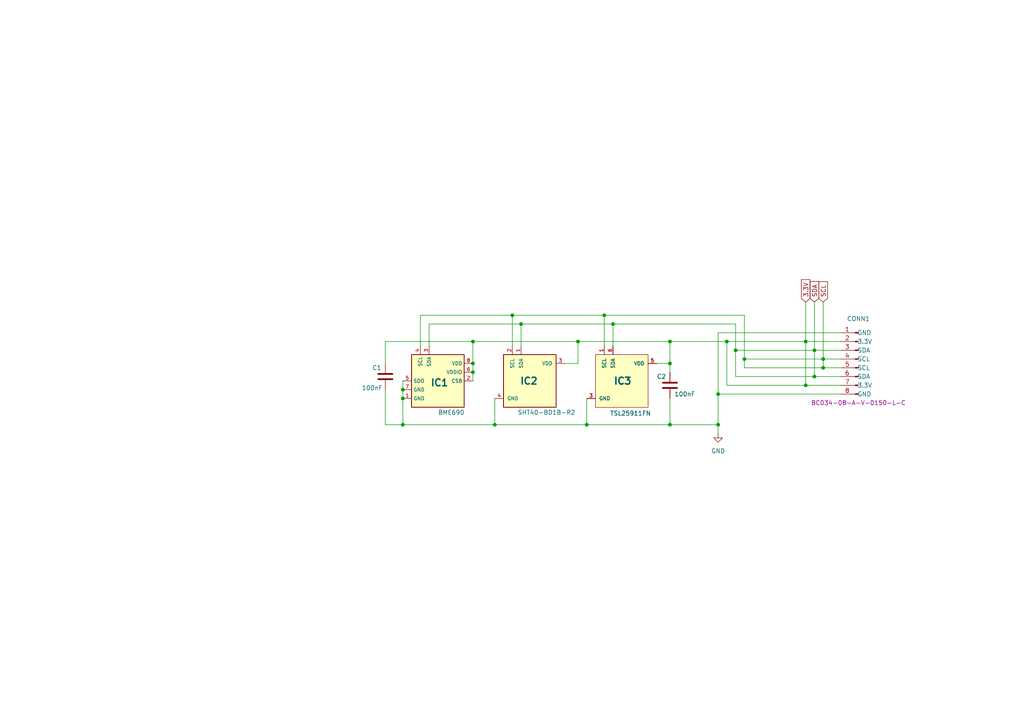
<source format=kicad_sch>
(kicad_sch (version 20231120) (generator "eeschema") (generator_version "8.0")
  (paper "A4")
  (lib_symbols
    (symbol "1projectsymbols:BME690"
      (property "Reference" "U1" (at -7.62 12.7 0))
      (property "Value" "BME690" (at 11.43 -12.7 0))
      (symbol "BME690_0_1"
        (rectangle (start -7.62 7.62) (end 7.62 -7.62) (stroke (width 0.254)) (fill (type background)))
      )
      (symbol "BME690_1_1"
        (pin power_in line (at -10.16 -5.08 0) (length 2.54) (name "GND") (number "1"))
        (pin input line (at 10.16 0 180) (length 2.54) (name "CSB") (number "2"))
        (pin bidirectional line (at -2.54 10.16 270) (length 2.54) (name "SDA") (number "3"))
        (pin input line (at -5.08 10.16 270) (length 2.54) (name "SCL") (number "4"))
        (pin input line (at -10.16 0 0) (length 2.54) (name "SDO") (number "5"))
        (pin power_in line (at 10.16 2.54 180) (length 2.54) (name "VDDIO") (number "6"))
        (pin power_in line (at -10.16 -2.54 0) (length 2.54) (name "GND") (number "7"))
        (pin power_in line (at 10.16 5.08 180) (length 2.54) (name "VDD") (number "8"))
      )
    )
    (symbol "1projectsymbols:Conn_01x08_Pin" (pin_names (offset 1.016))
      (property "Reference" "CONN" (at 0 10.16 0))
      (property "manufacturerName" "GCT" (at -15.494 -14.986 0))
      (property "manufacturerPartNumber" "BC034-08-A-V-0150-L-C" (at 0.508 -14.986 0))
      (symbol "Conn_01x08_Pin_1_1"
        (rectangle (start 0 -10.033) (end 0.8636 -10.287) (stroke (width 0.1524)) (fill (type outline)))
        (polyline (pts (xy 1.27 -10.16) (xy 0.8636 -10.16)) (stroke (width 0.1524)))
        (polyline (pts (xy 1.27 -7.62) (xy 0.8636 -7.62)) (stroke (width 0.1524)))
        (polyline (pts (xy 1.27 -5.08) (xy 0.8636 -5.08)) (stroke (width 0.1524)))
        (polyline (pts (xy 1.27 -2.54) (xy 0.8636 -2.54)) (stroke (width 0.1524)))
        (polyline (pts (xy 1.27 0) (xy 0.8636 0)) (stroke (width 0.1524)))
        (polyline (pts (xy 1.27 2.54) (xy 0.8636 2.54)) (stroke (width 0.1524)))
        (polyline (pts (xy 1.27 5.08) (xy 0.8636 5.08)) (stroke (width 0.1524)))
        (polyline (pts (xy 1.27 7.62) (xy 0.8636 7.62)) (stroke (width 0.1524)))
        (rectangle (start 0.8636 -7.493) (end 0 -7.747) (stroke (width 0.1524)) (fill (type outline)))
        (rectangle (start 0.8636 -4.953) (end 0 -5.207) (stroke (width 0.1524)) (fill (type outline)))
        (rectangle (start 0.8636 -2.413) (end 0 -2.667) (stroke (width 0.1524)) (fill (type outline)))
        (rectangle (start 0.8636 0.127) (end 0 -0.127) (stroke (width 0.1524)) (fill (type outline)))
        (rectangle (start 0.8636 2.667) (end 0 2.413) (stroke (width 0.1524)) (fill (type outline)))
        (rectangle (start 0.8636 5.207) (end 0 4.953) (stroke (width 0.1524)) (fill (type outline)))
        (rectangle (start 0.8636 7.747) (end 0 7.493) (stroke (width 0.1524)) (fill (type outline)))
        (pin power_out line (at 5.08 7.62 180) (length 3.81) (name "GND") (number "1"))
        (pin power_out line (at 5.08 5.08 180) (length 3.81) (name "3.3V") (number "2"))
        (pin bidirectional line (at 5.08 2.54 180) (length 3.81) (name "SDA") (number "3"))
        (pin output line (at 5.08 0 180) (length 3.81) (name "SCL") (number "4"))
        (pin passive line (at 5.08 -2.54 180) (length 3.81) (name "SCL") (number "5"))
        (pin passive line (at 5.08 -5.08 180) (length 3.81) (name "SDA") (number "6"))
        (pin passive line (at 5.08 -7.62 180) (length 3.81) (name "3.3V") (number "7"))
        (pin passive line (at 5.08 -10.16 180) (length 3.81) (name "GND") (number "8"))
      )
    )
    (symbol "1projectsymbols:SHT40" (pin_names (offset 1.016))
      (property "Reference" "U3" (at 0 -0.254 0))
      (property "Value" "SHT40" (at 0 -9.398 0))
      (symbol "SHT40_0_0"
        (rectangle (start -7.62 7.62) (end 7.62 -7.62) (stroke (width 0.254)) (fill (type background)))
      )
      (symbol "SHT40_1_0"
        (pin bidirectional line (at -2.54 10.16 270) (length 2.54) (name "SDA") (number "1"))
        (pin input line (at -5.08 10.16 270) (length 2.54) (name "SCL") (number "2"))
        (pin power_in line (at 10.16 5.08 180) (length 2.54) (name "VDD") (number "3"))
        (pin power_in line (at -10.16 -5.08 0) (length 2.54) (name "GND") (number "4"))
      )
    )
    (symbol "1projectsymbols:TSL2591" (pin_names (offset 1.016))
      (property "Reference" "U4" (at 0 0 0))
      (property "Value" "TSL25911" (at 0 -9.652 0))
      (symbol "TSL2591_0_1"
        (rectangle (start -7.62 7.62) (end 7.62 -7.62) (fill (type background)))
      )
      (symbol "TSL2591_1_0"
        (pin input line (at -5.08 10.16 270) (length 2.54) (name "SCL") (number "1"))
        (pin no_connect line (at 0 1.27 0) (length 5.08) hide (name "INT") (number "2"))
        (pin power_in line (at -10.16 -5.08 0) (length 2.54) (name "GND") (number "3"))
        (pin no_connect line (at 0 -1.27 0) (length 5.08) hide (name "NC") (number "4"))
        (pin power_in line (at 10.16 5.08 180) (length 2.54) (name "VDD") (number "5"))
        (pin bidirectional line (at -2.54 10.16 270) (length 2.54) (name "SDA") (number "6"))
      )
    )
    (symbol "Device:C" (pin_numbers hide) (pin_names (offset 0.254))
      (property "Reference" "C" (at 0.635 2.54 0))
      (property "Value" "C" (at 0.635 -2.54 0))
      (symbol "C_0_1"
        (polyline (pts (xy -2.032 -0.762) (xy 2.032 -0.762)) (stroke (width 0.508)))
        (polyline (pts (xy -2.032 0.762) (xy 2.032 0.762)) (stroke (width 0.508)))
      )
      (symbol "C_1_1"
        (pin passive line (at 0 3.81 270) (length 2.794) (name "~") (number "1"))
        (pin passive line (at 0 -3.81 90) (length 2.794) (name "~") (number "2"))
      )
    )
    (symbol "power:GND" (power) (pin_numbers hide) (pin_names (offset 0) hide)
      (property "Value" "GND" (at 0 -3.81 0))
      (symbol "GND_0_1"
        (polyline (pts (xy 0 0) (xy 0 -1.27) (xy 1.27 -1.27) (xy 0 -2.54) (xy -1.27 -1.27) (xy 0 -1.27)))
      )
      (symbol "GND_1_1"
        (pin power_in line (at 0 0 270) (length 0) (name "~") (number "1"))
      )
    )
  )
  (junction (at 233.68 99.06))
  (junction (at 151.13 93.98))
  (junction (at 116.84 113.03))
  (junction (at 116.84 123.19))
  (junction (at 238.76 104.14))
  (junction (at 167.64 99.06))
  (junction (at 148.59 91.44))
  (junction (at 177.8 93.98))
  (junction (at 194.31 99.06))
  (junction (at 233.68 111.76))
  (junction (at 210.82 99.06))
  (junction (at 170.18 123.19))
  (junction (at 215.9 104.14))
  (junction (at 143.51 123.19))
  (junction (at 137.16 99.06))
  (junction (at 175.26 91.44))
  (junction (at 236.22 101.6))
  (junction (at 137.16 105.41))
  (junction (at 208.28 123.19))
  (junction (at 238.76 106.68))
  (junction (at 208.28 114.3))
  (junction (at 116.84 115.57))
  (junction (at 194.31 123.19))
  (junction (at 194.31 105.41))
  (junction (at 137.16 107.95))
  (junction (at 236.22 109.22))
  (junction (at 213.36 101.6))
  (wire (pts (xy 151.13 93.98) (xy 151.13 100.33)))
  (wire (pts (xy 236.22 101.6) (xy 236.22 109.22)))
  (wire (pts (xy 213.36 93.98) (xy 213.36 101.6)))
  (wire (pts (xy 238.76 106.68) (xy 215.9 106.68)))
  (wire (pts (xy 243.84 96.52) (xy 208.28 96.52)))
  (wire (pts (xy 111.76 123.19) (xy 116.84 123.19)))
  (wire (pts (xy 124.46 93.98) (xy 151.13 93.98)))
  (wire (pts (xy 177.8 93.98) (xy 213.36 93.98)))
  (wire (pts (xy 148.59 91.44) (xy 175.26 91.44)))
  (wire (pts (xy 236.22 101.6) (xy 243.84 101.6)))
  (wire (pts (xy 175.26 91.44) (xy 215.9 91.44)))
  (wire (pts (xy 238.76 104.14) (xy 238.76 106.68)))
  (wire (pts (xy 143.51 115.57) (xy 143.51 123.19)))
  (wire (pts (xy 124.46 100.33) (xy 124.46 93.98)))
  (wire (pts (xy 238.76 87.63) (xy 238.76 104.14)))
  (wire (pts (xy 177.8 93.98) (xy 177.8 100.33)))
  (wire (pts (xy 208.28 125.73) (xy 208.28 123.19)))
  (wire (pts (xy 208.28 114.3) (xy 208.28 123.19)))
  (wire (pts (xy 111.76 99.06) (xy 111.76 105.41)))
  (wire (pts (xy 194.31 123.19) (xy 170.18 123.19)))
  (wire (pts (xy 210.82 111.76) (xy 210.82 99.06)))
  (wire (pts (xy 215.9 91.44) (xy 215.9 104.14)))
  (wire (pts (xy 194.31 99.06) (xy 167.64 99.06)))
  (wire (pts (xy 233.68 111.76) (xy 210.82 111.76)))
  (wire (pts (xy 213.36 101.6) (xy 236.22 101.6)))
  (wire (pts (xy 208.28 96.52) (xy 208.28 114.3)))
  (wire (pts (xy 121.92 100.33) (xy 121.92 91.44)))
  (wire (pts (xy 236.22 109.22) (xy 213.36 109.22)))
  (wire (pts (xy 116.84 115.57) (xy 116.84 123.19)))
  (wire (pts (xy 238.76 104.14) (xy 243.84 104.14)))
  (wire (pts (xy 175.26 91.44) (xy 175.26 100.33)))
  (wire (pts (xy 236.22 87.63) (xy 236.22 101.6)))
  (wire (pts (xy 151.13 93.98) (xy 177.8 93.98)))
  (wire (pts (xy 121.92 91.44) (xy 148.59 91.44)))
  (wire (pts (xy 111.76 113.03) (xy 111.76 123.19)))
  (wire (pts (xy 210.82 99.06) (xy 194.31 99.06)))
  (wire (pts (xy 208.28 123.19) (xy 194.31 123.19)))
  (wire (pts (xy 194.31 105.41) (xy 194.31 107.95)))
  (wire (pts (xy 148.59 91.44) (xy 148.59 100.33)))
  (wire (pts (xy 170.18 115.57) (xy 170.18 123.19)))
  (wire (pts (xy 111.76 99.06) (xy 137.16 99.06)))
  (wire (pts (xy 215.9 104.14) (xy 238.76 104.14)))
  (wire (pts (xy 137.16 107.95) (xy 137.16 110.49)))
  (wire (pts (xy 116.84 113.03) (xy 116.84 115.57)))
  (wire (pts (xy 167.64 99.06) (xy 167.64 105.41)))
  (wire (pts (xy 243.84 106.68) (xy 238.76 106.68)))
  (wire (pts (xy 116.84 110.49) (xy 116.84 113.03)))
  (wire (pts (xy 167.64 105.41) (xy 163.83 105.41)))
  (wire (pts (xy 233.68 99.06) (xy 233.68 111.76)))
  (wire (pts (xy 215.9 106.68) (xy 215.9 104.14)))
  (wire (pts (xy 243.84 109.22) (xy 236.22 109.22)))
  (wire (pts (xy 137.16 105.41) (xy 137.16 107.95)))
  (wire (pts (xy 116.84 123.19) (xy 143.51 123.19)))
  (wire (pts (xy 194.31 99.06) (xy 194.31 105.41)))
  (wire (pts (xy 213.36 109.22) (xy 213.36 101.6)))
  (wire (pts (xy 233.68 99.06) (xy 210.82 99.06)))
  (wire (pts (xy 243.84 114.3) (xy 208.28 114.3)))
  (wire (pts (xy 243.84 99.06) (xy 233.68 99.06)))
  (wire (pts (xy 137.16 99.06) (xy 137.16 105.41)))
  (wire (pts (xy 233.68 87.63) (xy 233.68 99.06)))
  (wire (pts (xy 143.51 123.19) (xy 170.18 123.19)))
  (wire (pts (xy 243.84 111.76) (xy 233.68 111.76)))
  (wire (pts (xy 194.31 105.41) (xy 190.5 105.41)))
  (wire (pts (xy 194.31 115.57) (xy 194.31 123.19)))
  (wire (pts (xy 167.64 99.06) (xy 137.16 99.06)))
  (global_label "SCL" (shape input) (at 238.76 87.63 90) (property "Intersheetrefs" "${INTERSHEET_REFS}" (effects (hide yes))))
  (global_label "3.3V" (shape input) (at 233.68 87.63 90) (property "Intersheetrefs" "${INTERSHEET_REFS}" (effects (hide yes))))
  (global_label "SDA" (shape input) (at 236.22 87.63 90) (property "Intersheetrefs" "${INTERSHEET_REFS}" (effects (hide yes))))
  (symbol (lib_id "1projectsymbols:SHT40") (at 153.67 110.49 0) (unit 1)
    (property "Reference" "IC2" (at 153.416 110.49 0) (effects (font (size 2 2) (bold yes))))
    (property "Value" "SHT40-BD1B-R2" (at 158.496 119.634 0))
    (property "Footprint" "1projectfootprints:SHT4X" (effects (hide yes)))
    (property "Datasheet" "https://www.mouser.be/datasheet/2/682/Sensirion_Datasheet_SHT4x-2936319.pdf" (effects (hide yes)))
    (property "Description" "Digital Relative Humidity Temperature Sensor" (effects (hide yes)))
    (property "manufacturerName" "Sensirion" (effects (hide yes)))
    (property "octopartUrl" "https://octopart.com/sht40-bd1b-r2-sensirion-137454263?r=sp" (effects (hide yes)))
    (property "manufacturerPartNumber" "SHT40-BD1B-R2" (effects (hide yes)))
  )
  (symbol (lib_id "Device:C") (at 194.31 111.76 0) (unit 1)
    (property "Reference" "C2" (at 190.5 109.22 0) (effects (justify left)))
    (property "Value" "100nF" (at 195.58 114.3 0) (effects (justify left)))
    (property "Footprint" "1projectfootprints:C_0603_nominal" (effects (hide yes)))
    (property "Datasheet" "https://product.tdk.com/system/files/dam/doc/product/capacitor/ceramic/mlcc/catalog/mlcc_automotive_general_en.pdf?ref_disty=mouser" (effects (hide yes)))
    (property "Description" "power decoupling" (effects (hide yes)))
    (property "manufacturerName" "TDK" (effects (hide yes)))
    (property "octopartUrl" "https://octopart.com/cga3e2x7r1e104k080aa-tdk-25947977?r=sp" (effects (hide yes)))
    (property "manufacturerPartNumber" "CGA3E2X7R1E104K080AA" (effects (hide yes)))
  )
  (symbol (lib_id "Device:C") (at 111.76 109.22 0) (unit 1)
    (property "Reference" "C1" (at 107.95 106.68 0) (effects (justify left)))
    (property "Value" "100nF" (at 104.902 112.522 0) (effects (justify left)))
    (property "Footprint" "1projectfootprints:C_0603_nominal" (effects (hide yes)))
    (property "Datasheet" "https://product.tdk.com/system/files/dam/doc/product/capacitor/ceramic/mlcc/catalog/mlcc_automotive_general_en.pdf?ref_disty=mouser" (effects (hide yes)))
    (property "Description" "power decoupling" (effects (hide yes)))
    (property "manufacturerName" "TDK" (effects (hide yes)))
    (property "octopartUrl" "https://octopart.com/cga3e2x7r1e104k080aa-tdk-25947977?r=sp" (effects (hide yes)))
    (property "manufacturerPartNumber" "CGA3E2X7R1E104K080AA" (effects (hide yes)))
  )
  (symbol (lib_id "1projectsymbols:Conn_01x08_Pin") (at 248.92 104.14 0) (mirror y) (unit 1)
    (property "Reference" "CONN1" (at 245.618 92.456 0) (effects (justify right)))
    (property "Value" "Conn_01x08_Pin" (effects (hide yes)))
    (property "Footprint" "1projectfootprints:GCT_BC034-08-A-V-0150-L-C" (effects (hide yes)))
    (property "Datasheet" "https://www.mouser.be/datasheet/2/837/BC034-2721639.pdf" (effects (hide yes)))
    (property "manufacturerName" "GCT" (effects (hide yes)))
    (property "manufacturerPartNumber" "BC034-08-A-V-0150-L-C" (at 235.204 116.84 0) (effects (justify right)))
  )
  (symbol (lib_id "1projectsymbols:TSL2591") (at 180.34 110.49 0) (unit 1)
    (property "Reference" "IC3" (at 180.594 110.49 0) (effects (font (size 2 2) (bold yes))))
    (property "Value" "TSL25911FN" (at 182.88 119.888 0))
    (property "Footprint" "1projectfootprints:TSL2591" (effects (hide yes)))
    (property "Datasheet" "https://ams.com/documents/20143/36005/TSL2591_DS000338_6-00.pdf/090eb50d-bb18-5b45-4938-9b3672f86b80" (effects (hide yes)))
    (property "Description" "Light to Digital Converters Hi-Sensitvty Ambient Light Sensor IC" (effects (hide yes)))
    (property "manufacturerName" "ams Osram" (effects (hide yes)))
    (property "octopartUrl" "https://octopart.com/tsl25911fn-osram-126135547?r=sp" (effects (hide yes)))
    (property "manufacturerPartNumber" "TSL25911FN" (effects (hide yes)))
  )
  (symbol (lib_id "1projectsymbols:BME690") (at 127 110.49 0) (unit 1)
    (property "Reference" "IC1" (at 130.302 110.998 0) (effects (font (size 2 2) (bold yes)) (justify right)))
    (property "Value" "BME690" (at 134.747 119.634 0) (effects (justify right)))
    (property "Footprint" "1projectfootprints:BME68X" (effects (hide yes)))
    (property "Datasheet" "https://ae-bst.resource.bosch.com/media/_tech/media/datasheets/BST-BME680-DS001.pdf" (effects (hide yes)))
    (property "Description" "4-in-1 sensor, gas, humidity, pressure, temperature, I2C and SPI interface, 1.71-3.6V, LGA-8" (effects (hide yes)))
    (property "manufacturerName" "Bosch Sensortec" (effects (hide yes)))
    (property "manufacturerPartNumber" "BME690" (effects (hide yes)))
  )
  (symbol (lib_id "power:GND") (at 208.28 125.73 0) (unit 1)
    (property "Reference" "#PWR01" (effects (hide yes)))
    (property "Value" "GND" (at 208.28 130.81 0))
    (property "Description" "Power symbol creates a global label with name \"GND\" , ground" (effects (hide yes)))
  )
)
</source>
